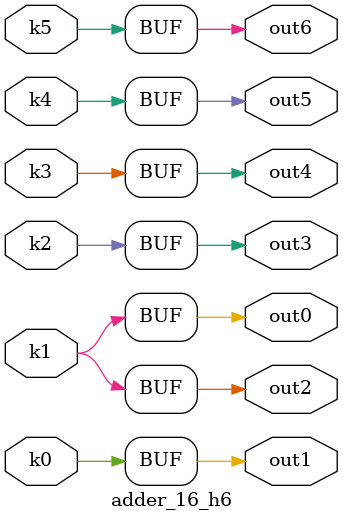
<source format=v>
module adder_16(pi00, pi01, pi02, pi03, pi04, pi05, pi06, pi07, pi08, pi09, pi10, pi11, po0, po1, po2, po3, po4, po5, po6);
input pi00, pi01, pi02, pi03, pi04, pi05, pi06, pi07, pi08, pi09, pi10, pi11;
output po0, po1, po2, po3, po4, po5, po6;
wire k0, k1, k2, k3, k4, k5;
adder_16_w6 DUT1 (pi00, pi01, pi02, pi03, pi04, pi05, pi06, pi07, pi08, pi09, pi10, pi11, k0, k1, k2, k3, k4, k5);
adder_16_h6 DUT2 (k0, k1, k2, k3, k4, k5, po0, po1, po2, po3, po4, po5, po6);
endmodule

module adder_16_w6(in11, in10, in9, in8, in7, in6, in5, in4, in3, in2, in1, in0, k5, k4, k3, k2, k1, k0);
input in11, in10, in9, in8, in7, in6, in5, in4, in3, in2, in1, in0;
output k5, k4, k3, k2, k1, k0;
assign k0 =   ((~in7 | ~in2) & (((~in8 | ~in3) & (((~in9 | ~in4) & (((~in11 | ~in6) & ((in1 & ~in10) | (~in0 & ~in5))) | (~in11 & ~in6 & (~in10 | ~in5)) | (~in10 & ~in5))) | (~in9 & ~in4))) | (~in8 & ~in3))) | (~in7 & ~in2);
assign k1 =   ((~in7 ^ in2) & (((~in8 | ~in3) & (((~in9 | ~in4) & (((~in11 | ~in6) & ((in1 & ~in10) | (~in0 & ~in5))) | (~in11 & ~in6 & (~in10 | ~in5)) | (~in10 & ~in5))) | (~in9 & ~in4))) | (~in8 & ~in3))) | ((in7 ^ in2) & ((in8 & in3) | ((in8 | in3) & ((in9 & in4) | ((in9 | in4) & (((in11 | in6) & ((in0 & in10) | (~in1 & in5))) | (in10 & in5) | (in11 & in6 & (in10 | in5))))))));
assign k2 =   ((~in8 ^ in3) & (((~in9 | ~in4) & (((~in11 | ~in6) & ((in1 & ~in10) | (~in0 & ~in5))) | (~in11 & ~in6 & (~in10 | ~in5)) | (~in10 & ~in5))) | (~in9 & ~in4))) | ((in8 ^ in3) & ((in9 & in4) | ((in9 | in4) & (((in11 | in6) & ((in0 & in10) | (~in1 & in5))) | (in10 & in5) | (in11 & in6 & (in10 | in5))))));
assign k3 =   ((~in9 ^ in4) & (((~in11 | ~in6) & ((in1 & ~in10) | (~in0 & ~in5))) | (~in11 & ~in6 & (~in10 | ~in5)) | (~in10 & ~in5))) | ((in9 ^ in4) & (((in11 | in6) & ((in0 & in10) | (~in1 & in5))) | (in10 & in5) | (in11 & in6 & (in10 | in5))));
assign k4 =   ((~in11 | ~in6) & ((in1 & in10 & in5) | (~in0 & ~in10 & ~in5))) | ((in11 | in6) & ((~in1 & ~in10 & in5) | (in0 & in10 & ~in5))) | (in11 & in6 & (in10 ^ in5)) | (~in11 & ~in6 & (~in10 ^ in5));
assign k5 =   (in0 & (in11 ^ in6)) | (in1 & (~in11 ^ in6));
endmodule

module adder_16_h6(k5, k4, k3, k2, k1, k0, out6, out5, out4, out3, out2, out1, out0);
input k5, k4, k3, k2, k1, k0;
output out6, out5, out4, out3, out2, out1, out0;
assign out0 = k1;
assign out1 = k0;
assign out2 = k1;
assign out3 = k2;
assign out4 = k3;
assign out5 = k4;
assign out6 = k5;
endmodule

</source>
